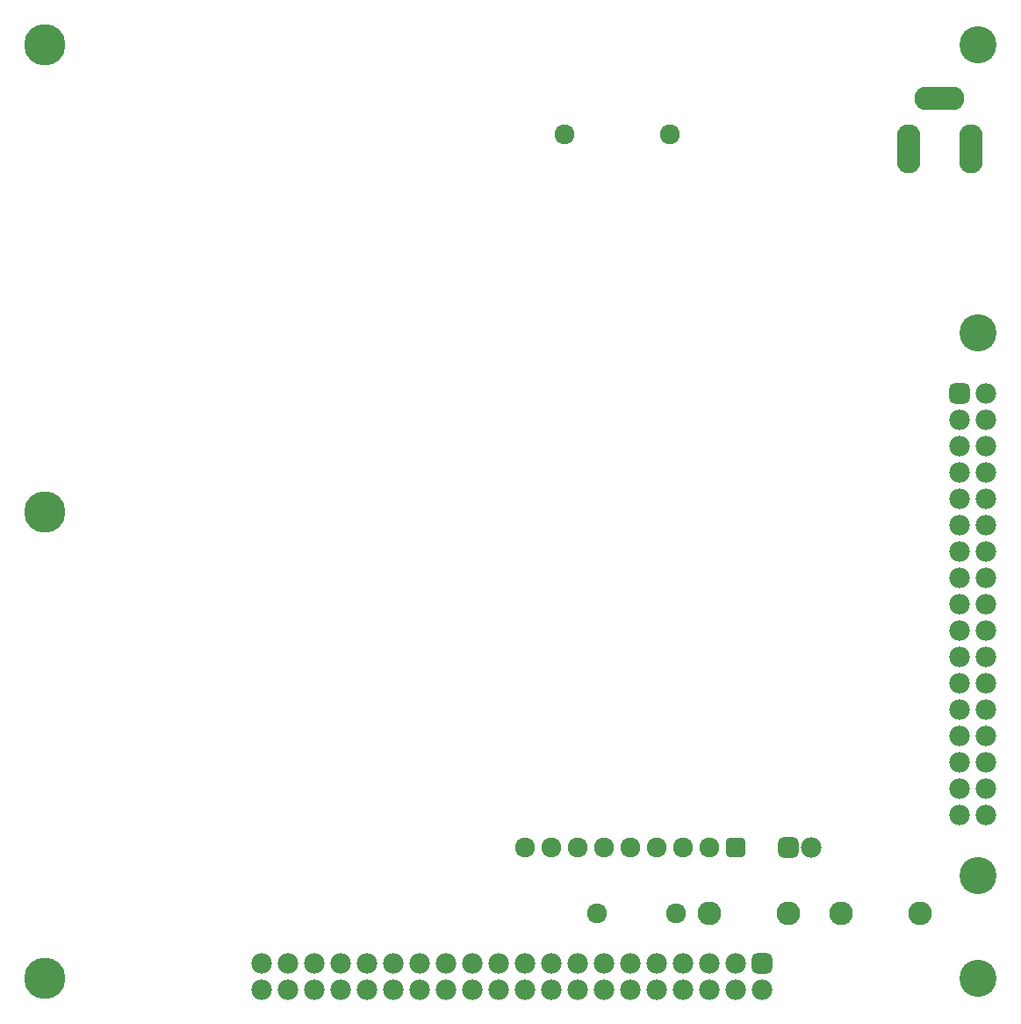
<source format=gts>
G04*
G04  File:            FDC_SUB1.GTS, Sun May 18 08:49:25 2025*
G04  Source:          P-CAD 2002 PCB (6/400), Version 17.00.50, (N:\DATA1\TNB\FDC\PIC_FDC\SUB1\FDC_SUB1.PCB)*
G04  Format:          Gerber Format (RS-274-D), ASCII*
G04*
G04  Format Options:  Absolute Positioning*
G04                   Leading-Zero Suppression*
G04                   Scale Factor 1:1*
G04                   NO Circular Interpolation*
G04                   Millimeter Units*
G04                   Numeric Format: 5.3 (XXXXX.XXX)*
G04                   G54 Used for Aperture Change*
G04                   Apertures Embedded*
G04*
G04  File Options:    Offset = (0.000mm,0.000mm)*
G04                   Drill Symbol Size = 2.032mm*
G04                   No Pad/Via Holes*
G04*
G04  File Contents:   Pads*
G04                   No Vias*
G04                   No Designators*
G04                   No Types*
G04                   No Values*
G04                   No Drill Symbols*
G04                   Top Mask*
G04*
%INFDC_SUB1.GTS*%
%ICAS*%
%MOMM*%
G04*
G04  Aperture MACROs for general use --- invoked via D-code assignment *
G04*
G04  General MACRO for flashed round with rotation and/or offset hole *
%AMROTOFFROUND*
1,1,$1,0.0000,0.0000*
1,0,$2,$3,$4*%
G04*
G04  General MACRO for flashed oval (obround) with rotation and/or offset hole *
%AMROTOFFOVAL*
21,1,$1,$2,0.0000,0.0000,$3*
1,1,$4,$5,$6*
1,1,$4,0-$5,0-$6*
1,0,$7,$8,$9*%
G04*
G04  General MACRO for flashed oval (obround) with rotation and no hole *
%AMROTOVALNOHOLE*
21,1,$1,$2,0.0000,0.0000,$3*
1,1,$4,$5,$6*
1,1,$4,0-$5,0-$6*%
G04*
G04  General MACRO for flashed rectangle with rotation and/or offset hole *
%AMROTOFFRECT*
21,1,$1,$2,0.0000,0.0000,$3*
1,0,$4,$5,$6*%
G04*
G04  General MACRO for flashed rectangle with rotation and no hole *
%AMROTRECTNOHOLE*
21,1,$1,$2,0.0000,0.0000,$3*%
G04*
G04  General MACRO for flashed rounded-rectangle *
%AMROUNDRECT*
21,1,$1,$2-$4,0.0000,0.0000,$3*
21,1,$1-$4,$2,0.0000,0.0000,$3*
1,1,$4,$5,$6*
1,1,$4,$7,$8*
1,1,$4,0-$5,0-$6*
1,1,$4,0-$7,0-$8*
1,0,$9,$10,$11*%
G04*
G04  General MACRO for flashed rounded-rectangle with rotation and no hole *
%AMROUNDRECTNOHOLE*
21,1,$1,$2-$4,0.0000,0.0000,$3*
21,1,$1-$4,$2,0.0000,0.0000,$3*
1,1,$4,$5,$6*
1,1,$4,$7,$8*
1,1,$4,0-$5,0-$6*
1,1,$4,0-$7,0-$8*%
G04*
G04  General MACRO for flashed regular polygon *
%AMREGPOLY*
5,1,$1,0.0000,0.0000,$2,$3+$4*
1,0,$5,$6,$7*%
G04*
G04  General MACRO for flashed regular polygon with no hole *
%AMREGPOLYNOHOLE*
5,1,$1,0.0000,0.0000,$2,$3+$4*%
G04*
G04  General MACRO for target *
%AMTARGET*
6,0,0,$1,$2,$3,4,$4,$5,$6*%
G04*
G04  General MACRO for mounting hole *
%AMMTHOLE*
1,1,$1,0,0*
1,0,$2,0,0*
$1=$1-$2*
$1=$1/2*
21,1,$2+$1,$3,0,0,$4*
21,1,$3,$2+$1,0,0,$4*%
G04*
G04*
G04  D10 : "Ellipse X0.254mm Y0.254mm H0.000mm 0.0deg (0.000mm,0.000mm) Draw"*
G04  Disc: OuterDia=0.2540*
%ADD10C, 0.2540*%
G04  D11 : "Ellipse X0.320mm Y0.320mm H0.000mm 0.0deg (0.000mm,0.000mm) Draw"*
G04  Disc: OuterDia=0.3200*
%ADD11C, 0.3200*%
G04  D12 : "Ellipse X0.400mm Y0.400mm H0.000mm 0.0deg (0.000mm,0.000mm) Draw"*
G04  Disc: OuterDia=0.4000*
%ADD12C, 0.4000*%
G04  D13 : "Ellipse X0.500mm Y0.500mm H0.000mm 0.0deg (0.000mm,0.000mm) Draw"*
G04  Disc: OuterDia=0.5000*
%ADD13C, 0.5000*%
G04  D14 : "Ellipse X0.100mm Y0.100mm H0.000mm 0.0deg (0.000mm,0.000mm) Draw"*
G04  Disc: OuterDia=0.1000*
%ADD14C, 0.1000*%
G04  D15 : "Ellipse X0.800mm Y0.800mm H0.000mm 0.0deg (0.000mm,0.000mm) Draw"*
G04  Disc: OuterDia=0.8000*
%ADD15C, 0.8000*%
G04  D16 : "Ellipse X1.000mm Y1.000mm H0.000mm 0.0deg (0.000mm,0.000mm) Draw"*
G04  Disc: OuterDia=1.0000*
%ADD16C, 1.0000*%
G04  D17 : "Ellipse X1.200mm Y1.200mm H0.000mm 0.0deg (0.000mm,0.000mm) Draw"*
G04  Disc: OuterDia=1.2000*
%ADD17C, 1.2000*%
G04  D18 : "Ellipse X0.200mm Y0.200mm H0.000mm 0.0deg (0.000mm,0.000mm) Draw"*
G04  Disc: OuterDia=0.2000*
%ADD18C, 0.2000*%
G04  D19 : "Ellipse X0.250mm Y0.250mm H0.000mm 0.0deg (0.000mm,0.000mm) Draw"*
G04  Disc: OuterDia=0.2500*
%ADD19C, 0.2500*%
G04  D20 : "Ellipse X3.581mm Y3.581mm H0.000mm 0.0deg (0.000mm,0.000mm) Flash"*
G04  Disc: OuterDia=3.5810*
%ADD20C, 3.5810*%
G04  D21 : "Ellipse X3.981mm Y3.981mm H0.000mm 0.0deg (0.000mm,0.000mm) Flash"*
G04  Disc: OuterDia=3.9810*
%ADD21C, 3.9810*%
G04  D22 : "Ellipse X1.540mm Y1.540mm H0.000mm 0.0deg (0.000mm,0.000mm) Flash"*
G04  Disc: OuterDia=1.5400*
%ADD22C, 1.5400*%
G04  D23 : "Ellipse X1.590mm Y1.590mm H0.000mm 0.0deg (0.000mm,0.000mm) Flash"*
G04  Disc: OuterDia=1.5900*
%ADD23C, 1.5900*%
G04  D24 : "Ellipse X1.900mm Y1.900mm H0.000mm 0.0deg (0.000mm,0.000mm) Flash"*
G04  Disc: OuterDia=1.9000*
%ADD24C, 1.9000*%
G04  D25 : "Ellipse X1.921mm Y1.921mm H0.000mm 0.0deg (0.000mm,0.000mm) Flash"*
G04  Disc: OuterDia=1.9210*
%ADD25C, 1.9210*%
G04  D26 : "Ellipse X1.971mm Y1.971mm H0.000mm 0.0deg (0.000mm,0.000mm) Flash"*
G04  Disc: OuterDia=1.9710*
%ADD26C, 1.9710*%
G04  D27 : "Ellipse X2.281mm Y2.281mm H0.000mm 0.0deg (0.000mm,0.000mm) Flash"*
G04  Disc: OuterDia=2.2810*
%ADD27C, 2.2810*%
G04  D28 : "Mounting Hole X3.200mm Y3.200mm H0.000mm 0.0deg (0.000mm,0.000mm) Flash"*
G04  Mounting Hole: Diameter=3.2000, Rotation=0.0, LineWidth=0.1270 *
%ADD28MTHOLE, 3.2000 X2.6920 X0.1270 X0.0*%
G04  D29 : "Mounting Hole X3.600mm Y3.600mm H0.000mm 0.0deg (0.000mm,0.000mm) Flash"*
G04  Mounting Hole: Diameter=3.6000, Rotation=0.0, LineWidth=0.1270 *
%ADD29MTHOLE, 3.6000 X3.0920 X0.1270 X0.0*%
G04  D30 : "Rounded Rectangle X1.540mm Y1.540mm H0.000mm 0.0deg (0.000mm,0.000mm) Flash"*
G04  RoundRct: DimX=1.5400, DimY=1.5400, CornerRad=0.3850, Rotation=0.0, OffsetX=0.0000, OffsetY=0.0000, HoleDia=0.0000 *
%ADD30ROUNDRECTNOHOLE, 1.5400 X1.5400 X0.0 X0.7700 X-0.3850 X-0.3850 X-0.3850 X0.3850*%
G04  D31 : "Rounded Rectangle X1.590mm Y1.590mm H0.000mm 0.0deg (0.000mm,0.000mm) Flash"*
G04  RoundRct: DimX=1.5900, DimY=1.5900, CornerRad=0.3975, Rotation=0.0, OffsetX=0.0000, OffsetY=0.0000, HoleDia=0.0000 *
%ADD31ROUNDRECTNOHOLE, 1.5900 X1.5900 X0.0 X0.7950 X-0.3975 X-0.3975 X-0.3975 X0.3975*%
G04  D32 : "Rounded Rectangle X1.921mm Y1.921mm H0.000mm 0.0deg (0.000mm,0.000mm) Flash"*
G04  RoundRct: DimX=1.9210, DimY=1.9210, CornerRad=0.4803, Rotation=0.0, OffsetX=0.0000, OffsetY=0.0000, HoleDia=0.0000 *
%ADD32ROUNDRECTNOHOLE, 1.9210 X1.9210 X0.0 X0.9605 X-0.4803 X-0.4803 X-0.4803 X0.4803*%
G04  D33 : "Rounded Rectangle X1.971mm Y1.971mm H0.000mm 0.0deg (0.000mm,0.000mm) Flash"*
G04  RoundRct: DimX=1.9710, DimY=1.9710, CornerRad=0.4928, Rotation=0.0, OffsetX=0.0000, OffsetY=0.0000, HoleDia=0.0000 *
%ADD33ROUNDRECTNOHOLE, 1.9710 X1.9710 X0.0 X0.9855 X-0.4928 X-0.4928 X-0.4928 X0.4928*%
G04  D34 : "Rectangle X1.900mm Y1.900mm H0.000mm 0.0deg (0.000mm,0.000mm) Flash"*
G04  Square: Side=1.9000, Rotation=0.0, OffsetX=0.0000, OffsetY=0.0000, HoleDia=0.0000*
%ADD34R, 1.9000 X1.9000*%
G04  D35 : "Rectangle X2.281mm Y2.281mm H0.000mm 0.0deg (0.000mm,0.000mm) Flash"*
G04  Square: Side=2.2810, Rotation=0.0, OffsetX=0.0000, OffsetY=0.0000, HoleDia=0.0000*
%ADD35R, 2.2810 X2.2810*%
G04  D36 : "Ellipse X0.900mm Y0.900mm H0.000mm 0.0deg (0.000mm,0.000mm) Flash"*
G04  Disc: OuterDia=0.9000*
%ADD36C, 0.9000*%
G04  D37 : "Ellipse X1.281mm Y1.281mm H0.000mm 0.0deg (0.000mm,0.000mm) Flash"*
G04  Disc: OuterDia=1.2810*
%ADD37C, 1.2810*%
G04*
%FSLAX53Y53*%
%SFA1B1*%
%OFA0.000B0.000*%
G04*
G71*
G90*
G01*
D2*
%LNTop Mask*%
G54D20*
X172000Y172000D3*
Y82000D3*
G54D25*
X142875Y88265D3*
X135255D3*
G54D32*
X148590Y94615D3*
G54D25*
X140970D3*
X143510D3*
X133350D3*
X135890D3*
X128270D3*
X146050D3*
X138430D3*
X130810D3*
X142240Y163353D3*
X132080D3*
G54D21*
X82000Y82000D3*
Y172000D3*
G54D27*
X146050Y88265D3*
X153670D3*
X166370D3*
X158750D3*
X165300Y163200D3*
Y162800D3*
Y160800D3*
Y161200D3*
Y161600D3*
Y162400D3*
G54D35*
Y162000D3*
G54D27*
X171300Y160800D3*
Y161200D3*
Y162800D3*
Y163200D3*
Y161600D3*
Y162400D3*
G54D35*
Y162000D3*
G54D27*
X167450Y166900D3*
X169050D3*
G54D35*
X168550D3*
X167950D3*
G54D27*
X167000D3*
X169500D3*
X168250D3*
G54D21*
X82000Y127000D3*
G54D26*
X172720Y135890D3*
Y138430D3*
Y128270D3*
Y130810D3*
Y120650D3*
Y123190D3*
Y113030D3*
Y115570D3*
Y107950D3*
Y105410D3*
Y100330D3*
Y97790D3*
X170180Y135890D3*
G54D33*
Y138430D3*
G54D26*
Y128270D3*
Y130810D3*
Y120650D3*
Y123190D3*
Y113030D3*
Y115570D3*
Y107950D3*
Y105410D3*
Y100330D3*
Y97790D3*
X172720Y133350D3*
Y125730D3*
Y118110D3*
Y110490D3*
Y102870D3*
X170180Y133350D3*
Y125730D3*
G54D20*
X172020Y144260D3*
G54D26*
X170180Y118110D3*
Y110490D3*
Y102870D3*
G54D20*
X172020Y91960D3*
G54D33*
X153670Y94615D3*
G54D26*
X155892D3*
G54D33*
X151130Y83502D3*
G54D26*
Y80962D3*
X146050D3*
X143510D3*
X146050Y83502D3*
X143510D3*
X138430Y80962D3*
X135890D3*
X138430Y83502D3*
X135890D3*
X130810Y80962D3*
X128270D3*
X130810Y83502D3*
X128270D3*
X123190Y80962D3*
X120650D3*
X123190Y83502D3*
X120650D3*
X115570Y80962D3*
X113030D3*
X115570Y83502D3*
X113030D3*
X107950Y80962D3*
X105410D3*
X107950Y83502D3*
X105410D3*
X148590Y80962D3*
Y83502D3*
X140970Y80962D3*
X133350D3*
X125730D3*
X118110D3*
X140970Y83502D3*
X133350D3*
X125730D3*
X118110D3*
X110490Y80962D3*
X102870D3*
X110490Y83502D3*
X102870D3*
D02M02*

</source>
